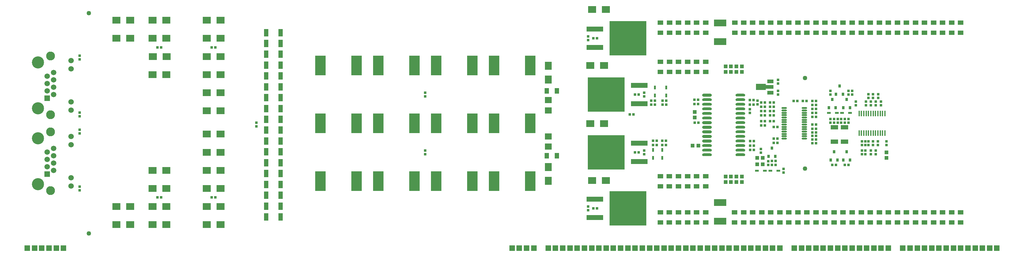
<source format=gts>
G04*
G04 #@! TF.GenerationSoftware,Altium Limited,Altium Designer,18.1.7 (191)*
G04*
G04 Layer_Color=8388736*
%FSLAX44Y44*%
%MOMM*%
G71*
G01*
G75*
%ADD42R,0.7016X0.7016*%
%ADD43R,1.6016X1.3016*%
%ADD44R,0.7016X0.7016*%
%ADD45R,1.0816X1.0316*%
%ADD46R,0.4016X1.5516*%
%ADD47R,2.7016X1.8016*%
%ADD48R,1.8016X1.0016*%
%ADD49R,2.6016X1.0016*%
%ADD50R,10.2616X9.6016*%
%ADD51R,4.6016X1.3516*%
%ADD52R,2.3016X1.9016*%
%ADD53R,1.9016X2.3016*%
%ADD54R,1.3016X1.6016*%
%ADD55R,1.0316X1.0816*%
%ADD56R,1.2016X2.1016*%
%ADD57R,0.6516X0.9016*%
%ADD58R,1.1016X0.5516*%
%ADD59R,0.5516X1.1016*%
%ADD60R,2.1016X1.2016*%
%ADD61R,3.0016X5.5016*%
%ADD62R,3.5016X1.9016*%
%ADD63R,1.9016X1.7016*%
%ADD64O,1.5016X0.4516*%
%ADD65O,2.7016X0.7620*%
%ADD66O,2.7016X0.8016*%
%ADD67C,1.2536*%
%ADD68R,1.6016X1.6016*%
%ADD69R,0.1016X0.1016*%
%ADD70C,1.4996*%
%ADD71C,2.4566*%
%ADD72C,3.3516*%
%ADD73R,1.4996X1.4996*%
D42*
X2550000Y1314920D02*
D03*
Y1325080D02*
D03*
X2535000D02*
D03*
Y1314920D02*
D03*
X2542000Y1345080D02*
D03*
Y1334920D02*
D03*
X2522000Y1325080D02*
D03*
Y1314920D02*
D03*
X2528000Y1345080D02*
D03*
Y1334920D02*
D03*
X2480000Y1314920D02*
D03*
Y1325080D02*
D03*
X2508000D02*
D03*
Y1314920D02*
D03*
X1290000Y1179920D02*
D03*
Y1190080D02*
D03*
X2515000Y1345080D02*
D03*
Y1334920D02*
D03*
X1290000Y1350080D02*
D03*
Y1339920D02*
D03*
X2460000Y1344920D02*
D03*
Y1355080D02*
D03*
X2506000Y1215080D02*
D03*
Y1204920D02*
D03*
Y1190080D02*
D03*
Y1179920D02*
D03*
X2497000Y1215080D02*
D03*
Y1204920D02*
D03*
Y1190080D02*
D03*
Y1179920D02*
D03*
X2515000Y1204920D02*
D03*
Y1215080D02*
D03*
X2522000Y1179920D02*
D03*
Y1190080D02*
D03*
X2528000Y1204920D02*
D03*
Y1215080D02*
D03*
X2535000Y1179920D02*
D03*
Y1190080D02*
D03*
X2541000Y1204920D02*
D03*
Y1215080D02*
D03*
X2565000Y1204920D02*
D03*
Y1215080D02*
D03*
X2187000Y1304080D02*
D03*
Y1293920D02*
D03*
X2280000Y1139080D02*
D03*
Y1128920D02*
D03*
X2218000Y1194080D02*
D03*
Y1183920D02*
D03*
X2238000Y1160080D02*
D03*
Y1149920D02*
D03*
X2208000Y1328080D02*
D03*
Y1317920D02*
D03*
X2265000Y1344920D02*
D03*
Y1355080D02*
D03*
Y1385080D02*
D03*
Y1374920D02*
D03*
X1740000Y1035080D02*
D03*
Y1024920D02*
D03*
Y1494920D02*
D03*
Y1505080D02*
D03*
X1895000Y1350080D02*
D03*
Y1339920D02*
D03*
Y1179920D02*
D03*
Y1190080D02*
D03*
X335000Y1452080D02*
D03*
Y1441920D02*
D03*
Y1284920D02*
D03*
Y1295080D02*
D03*
Y1079920D02*
D03*
Y1090080D02*
D03*
Y1247080D02*
D03*
Y1236920D02*
D03*
X823000Y1256920D02*
D03*
Y1267080D02*
D03*
X2410000Y1277080D02*
D03*
Y1266920D02*
D03*
X2460000Y1277080D02*
D03*
Y1266920D02*
D03*
X2470000Y1355080D02*
D03*
Y1344920D02*
D03*
X2410000D02*
D03*
Y1355080D02*
D03*
D43*
X2770000Y1516046D02*
D03*
Y1543954D02*
D03*
X2745000Y1516046D02*
D03*
Y1543954D02*
D03*
X2720000Y1516046D02*
D03*
Y1543954D02*
D03*
X2695000Y1516046D02*
D03*
Y1543954D02*
D03*
X2670000Y1516046D02*
D03*
Y1543954D02*
D03*
X2645000Y1516046D02*
D03*
Y1543954D02*
D03*
X2770000Y1018954D02*
D03*
Y991046D02*
D03*
X2745000Y1018954D02*
D03*
Y991046D02*
D03*
X2720000Y1018954D02*
D03*
Y991046D02*
D03*
X2695000Y1018954D02*
D03*
Y991046D02*
D03*
X2670000Y1018954D02*
D03*
Y991046D02*
D03*
X2645000Y1018954D02*
D03*
Y991046D02*
D03*
X2040000Y1516046D02*
D03*
Y1543954D02*
D03*
X2620000Y1018954D02*
D03*
Y991046D02*
D03*
X2595000Y1018954D02*
D03*
Y991046D02*
D03*
X2570000Y1018954D02*
D03*
Y991046D02*
D03*
X2545000Y1018954D02*
D03*
Y991046D02*
D03*
X2520000Y1018954D02*
D03*
Y991046D02*
D03*
X2495000Y1018954D02*
D03*
Y991046D02*
D03*
X2620000Y1516046D02*
D03*
Y1543954D02*
D03*
X2595000Y1516046D02*
D03*
Y1543954D02*
D03*
X2570000Y1516046D02*
D03*
Y1543954D02*
D03*
X2545000Y1516046D02*
D03*
Y1543954D02*
D03*
X2520000Y1516046D02*
D03*
Y1543954D02*
D03*
X2495000Y1516046D02*
D03*
Y1543954D02*
D03*
X2470000Y1018954D02*
D03*
Y991046D02*
D03*
X2445000Y1018954D02*
D03*
Y991046D02*
D03*
X2420000Y1018954D02*
D03*
Y991046D02*
D03*
X2395000Y1018954D02*
D03*
Y991046D02*
D03*
X2370000Y1018954D02*
D03*
Y991046D02*
D03*
X2345000Y1018954D02*
D03*
Y991046D02*
D03*
X2320000Y1018954D02*
D03*
Y991046D02*
D03*
X2295000Y1018954D02*
D03*
Y991046D02*
D03*
X2270000Y1018954D02*
D03*
Y991046D02*
D03*
X2245000Y1018954D02*
D03*
Y991046D02*
D03*
X2220000Y1018954D02*
D03*
Y991046D02*
D03*
X2195000Y1018954D02*
D03*
Y991046D02*
D03*
X2470000Y1516046D02*
D03*
Y1543954D02*
D03*
X2445000Y1516046D02*
D03*
Y1543954D02*
D03*
X2420000Y1516046D02*
D03*
Y1543954D02*
D03*
X2395000Y1516046D02*
D03*
Y1543954D02*
D03*
X2370000Y1516046D02*
D03*
Y1543954D02*
D03*
X2345000Y1516046D02*
D03*
Y1543954D02*
D03*
X2320000Y1516046D02*
D03*
Y1543954D02*
D03*
X2295000Y1516046D02*
D03*
Y1543954D02*
D03*
X2270000Y1516046D02*
D03*
Y1543954D02*
D03*
X2245000Y1516046D02*
D03*
Y1543954D02*
D03*
X2220000Y1516046D02*
D03*
Y1543954D02*
D03*
X2195000Y1516046D02*
D03*
Y1543954D02*
D03*
X2064966Y990998D02*
D03*
Y1018906D02*
D03*
X1940034Y1435002D02*
D03*
Y1407094D02*
D03*
X1965000Y1434954D02*
D03*
Y1407046D02*
D03*
X1990000Y1434954D02*
D03*
Y1407046D02*
D03*
X2015000Y1434954D02*
D03*
Y1407046D02*
D03*
X2040000Y1434954D02*
D03*
Y1407046D02*
D03*
X2065000Y1434954D02*
D03*
Y1407046D02*
D03*
X1940000Y1543954D02*
D03*
Y1516046D02*
D03*
X1965000Y1543954D02*
D03*
Y1516046D02*
D03*
X1990000Y1543954D02*
D03*
Y1516046D02*
D03*
X2039966Y990998D02*
D03*
Y1018906D02*
D03*
X2014966Y990998D02*
D03*
Y1018906D02*
D03*
X1989966Y990998D02*
D03*
Y1018906D02*
D03*
X1964967Y990998D02*
D03*
Y1018906D02*
D03*
X1940000Y991046D02*
D03*
Y1018954D02*
D03*
X2065000Y1091046D02*
D03*
Y1118954D02*
D03*
X2039967Y1090998D02*
D03*
Y1118906D02*
D03*
X2146000Y1543954D02*
D03*
Y1516046D02*
D03*
X1989967Y1090998D02*
D03*
Y1118906D02*
D03*
X2145000Y991046D02*
D03*
Y1018954D02*
D03*
X2170000Y991046D02*
D03*
Y1018954D02*
D03*
X2065000Y1543954D02*
D03*
Y1516046D02*
D03*
X2015000Y1543954D02*
D03*
Y1516046D02*
D03*
X2014967Y1090998D02*
D03*
Y1118906D02*
D03*
X1964968Y1090998D02*
D03*
Y1118906D02*
D03*
X1939968Y1090998D02*
D03*
Y1118906D02*
D03*
X2170000Y1543954D02*
D03*
Y1516046D02*
D03*
D44*
X549920Y1475000D02*
D03*
X560080D02*
D03*
X549920Y1060000D02*
D03*
X560080D02*
D03*
X699920Y1475000D02*
D03*
X710080D02*
D03*
X699920Y1060000D02*
D03*
X710080D02*
D03*
X1765080Y1500000D02*
D03*
X1754920D02*
D03*
X1880080Y1345000D02*
D03*
X1869920D02*
D03*
X1865080Y1290000D02*
D03*
X1854920D02*
D03*
X1880080Y1185000D02*
D03*
X1869920D02*
D03*
X1765080Y1030000D02*
D03*
X1754920D02*
D03*
X2252920Y1211000D02*
D03*
X2263080D02*
D03*
X2439920Y1267000D02*
D03*
X2450080D02*
D03*
X2253080Y1271000D02*
D03*
X2242920D02*
D03*
X2370080Y1230000D02*
D03*
X2359920D02*
D03*
X2187920Y1216000D02*
D03*
X2198080D02*
D03*
X2258080Y1161000D02*
D03*
X2247920D02*
D03*
X2258080Y1150000D02*
D03*
X2247920D02*
D03*
X2253080Y1323000D02*
D03*
X2242920D02*
D03*
X2359920Y1305000D02*
D03*
X2370080D02*
D03*
X2359920Y1240000D02*
D03*
X2370080D02*
D03*
X2370080Y1294000D02*
D03*
X2359920D02*
D03*
X2333920Y1326998D02*
D03*
X2344080D02*
D03*
X2229080Y1311000D02*
D03*
X2218920D02*
D03*
X2229080Y1287000D02*
D03*
X2218920D02*
D03*
Y1271000D02*
D03*
X2229080D02*
D03*
X2253080Y1299000D02*
D03*
X2242920D02*
D03*
X2359920Y1210000D02*
D03*
X2370080D02*
D03*
X2252920Y1255000D02*
D03*
X2263080D02*
D03*
X2044080Y1318000D02*
D03*
X2033920D02*
D03*
X2187920Y1191000D02*
D03*
X2198080D02*
D03*
X2186920Y1329000D02*
D03*
X2197080D02*
D03*
X2034920Y1267000D02*
D03*
X2045080D02*
D03*
X1945920Y1328000D02*
D03*
X1956080D02*
D03*
X1945920Y1317000D02*
D03*
X1956080D02*
D03*
X1944920Y1205000D02*
D03*
X1955080D02*
D03*
X1944920Y1217000D02*
D03*
X1955080D02*
D03*
X2359920Y1316000D02*
D03*
X2370080D02*
D03*
X2359920Y1220000D02*
D03*
X2370080D02*
D03*
X2370080Y1327000D02*
D03*
X2359920D02*
D03*
X2253080Y1311000D02*
D03*
X2242920D02*
D03*
Y1287000D02*
D03*
X2253080D02*
D03*
X1914920Y1328000D02*
D03*
X1925080D02*
D03*
X1914920Y1317000D02*
D03*
X1925080D02*
D03*
X1919840Y1205000D02*
D03*
X1930000D02*
D03*
X1919840Y1217000D02*
D03*
X1930000D02*
D03*
X2318080Y1327000D02*
D03*
X2307920D02*
D03*
X2218920Y1323000D02*
D03*
X2229080D02*
D03*
X2229000Y1299000D02*
D03*
X2218840D02*
D03*
X2218920Y1259000D02*
D03*
X2229080D02*
D03*
X2370080Y1250000D02*
D03*
X2359920D02*
D03*
X2370080Y1283000D02*
D03*
X2359920D02*
D03*
Y1262000D02*
D03*
X2370080D02*
D03*
X2033920Y1330000D02*
D03*
X2044080D02*
D03*
X2430160Y1277000D02*
D03*
X2420000D02*
D03*
X2419920Y1267000D02*
D03*
X2430080D02*
D03*
X2439920Y1277000D02*
D03*
X2450080D02*
D03*
X2187920Y1203000D02*
D03*
X2198080D02*
D03*
X2186920Y1317000D02*
D03*
X2197080D02*
D03*
X2460080Y1150000D02*
D03*
X2449920D02*
D03*
X2425080D02*
D03*
X2414920D02*
D03*
X2252920Y1223000D02*
D03*
X2263080D02*
D03*
D45*
X2565000Y1185000D02*
D03*
Y1169600D02*
D03*
X2035000Y1296700D02*
D03*
Y1281300D02*
D03*
X2165000Y1102300D02*
D03*
Y1117700D02*
D03*
Y1422700D02*
D03*
Y1407300D02*
D03*
X2150000Y1407300D02*
D03*
Y1422700D02*
D03*
Y1117700D02*
D03*
Y1102300D02*
D03*
X2135000Y1422700D02*
D03*
Y1407300D02*
D03*
X2120000Y1422700D02*
D03*
Y1407300D02*
D03*
Y1102300D02*
D03*
Y1117700D02*
D03*
X2135000Y1102300D02*
D03*
Y1117700D02*
D03*
D46*
X2515250Y1292500D02*
D03*
X2521750D02*
D03*
X2528250D02*
D03*
X2534750D02*
D03*
X2541250D02*
D03*
X2547750D02*
D03*
X2560750D02*
D03*
X2554250D02*
D03*
X2554200Y1238000D02*
D03*
X2560700D02*
D03*
X2547700D02*
D03*
X2541200D02*
D03*
X2534700D02*
D03*
X2528200D02*
D03*
X2521700D02*
D03*
X2515200D02*
D03*
X2508700D02*
D03*
X2502200D02*
D03*
X2495700D02*
D03*
X2489200D02*
D03*
X2489250Y1292500D02*
D03*
X2495750D02*
D03*
X2502250D02*
D03*
X2508750D02*
D03*
D47*
X2218000Y1366000D02*
D03*
D48*
X2244000Y1381000D02*
D03*
Y1350000D02*
D03*
D49*
X2240000Y1366000D02*
D03*
D50*
X1790000Y1345000D02*
D03*
X1850000Y1500000D02*
D03*
Y1030000D02*
D03*
X1790000Y1185000D02*
D03*
D51*
X1881440Y1319600D02*
D03*
Y1370400D02*
D03*
X1758560Y1474600D02*
D03*
Y1525400D02*
D03*
Y1004600D02*
D03*
Y1055400D02*
D03*
X1881440Y1210400D02*
D03*
Y1159600D02*
D03*
D52*
X1789000Y1107000D02*
D03*
X1751000D02*
D03*
X1789000Y1580000D02*
D03*
X1751000D02*
D03*
X1746000Y1264000D02*
D03*
X1784000D02*
D03*
X1746000Y1425000D02*
D03*
X1784000D02*
D03*
X436000Y1035000D02*
D03*
X474000D02*
D03*
X574000Y1135000D02*
D03*
X536000D02*
D03*
X574000Y1085000D02*
D03*
X536000D02*
D03*
X574000Y1035000D02*
D03*
X536000D02*
D03*
X574000Y985000D02*
D03*
X536000D02*
D03*
X436000D02*
D03*
X474000D02*
D03*
X436000Y1500000D02*
D03*
X474000D02*
D03*
X574000Y1400000D02*
D03*
X536000D02*
D03*
X575000Y1450000D02*
D03*
X537000D02*
D03*
X574000Y1500000D02*
D03*
X536000D02*
D03*
X574000Y1550000D02*
D03*
X536000D02*
D03*
X436000Y1550000D02*
D03*
X474000D02*
D03*
X724000Y985000D02*
D03*
X686000D02*
D03*
X724000Y1235000D02*
D03*
X686000D02*
D03*
X724000Y1185000D02*
D03*
X686000D02*
D03*
X724000Y1135000D02*
D03*
X686000D02*
D03*
X724000Y1085000D02*
D03*
X686000D02*
D03*
X724000Y1035000D02*
D03*
X686000D02*
D03*
X724000Y1550000D02*
D03*
X686000D02*
D03*
X724000Y1500000D02*
D03*
X686000D02*
D03*
X724000Y1450000D02*
D03*
X686000D02*
D03*
X724000Y1400000D02*
D03*
X686000D02*
D03*
X724000Y1350000D02*
D03*
X686000D02*
D03*
X724000Y1300000D02*
D03*
X686000D02*
D03*
D53*
X1630000Y1424000D02*
D03*
Y1386000D02*
D03*
Y1106000D02*
D03*
Y1144000D02*
D03*
D54*
X1626046Y1175000D02*
D03*
X1653954D02*
D03*
X1626046Y1355000D02*
D03*
X1653954D02*
D03*
D55*
X2029300Y1203000D02*
D03*
X2044700D02*
D03*
X2207300Y1169000D02*
D03*
X2222700D02*
D03*
X2207300Y1152000D02*
D03*
X2222700D02*
D03*
D56*
X890000Y1036000D02*
D03*
X850000D02*
D03*
Y1006000D02*
D03*
X890000D02*
D03*
X850000Y1516000D02*
D03*
X890000D02*
D03*
Y1486000D02*
D03*
X850000D02*
D03*
X850000Y1456000D02*
D03*
X890000D02*
D03*
X890000Y1426000D02*
D03*
X850000D02*
D03*
X850000Y1396000D02*
D03*
X890000D02*
D03*
Y1366000D02*
D03*
X850000D02*
D03*
Y1336000D02*
D03*
X890000D02*
D03*
Y1306000D02*
D03*
X850000D02*
D03*
Y1276000D02*
D03*
X890000D02*
D03*
Y1246000D02*
D03*
X850000D02*
D03*
X850000Y1216000D02*
D03*
X890000D02*
D03*
X890000Y1186000D02*
D03*
X850000D02*
D03*
Y1156000D02*
D03*
X890000D02*
D03*
Y1126000D02*
D03*
X850000D02*
D03*
Y1096000D02*
D03*
X890000D02*
D03*
Y1066000D02*
D03*
X850000D02*
D03*
D57*
X2248000Y1196500D02*
D03*
X2257500Y1173500D02*
D03*
X2238500D02*
D03*
X2415000Y1331500D02*
D03*
X2424500Y1308500D02*
D03*
X2405500D02*
D03*
X2435000Y1368500D02*
D03*
X2444500Y1345500D02*
D03*
X2425500D02*
D03*
X2455000Y1331500D02*
D03*
X2464500Y1308500D02*
D03*
X2445500D02*
D03*
X2445500Y1163500D02*
D03*
X2464500D02*
D03*
X2455000Y1186500D02*
D03*
X2410500Y1163500D02*
D03*
X2429500D02*
D03*
X2420000Y1186500D02*
D03*
D58*
X2207000Y1134000D02*
D03*
X2229000D02*
D03*
X2244000D02*
D03*
X2266000D02*
D03*
X2406000Y1294000D02*
D03*
X2428000D02*
D03*
X2464000D02*
D03*
X2442000D02*
D03*
D59*
X1956000Y1364000D02*
D03*
Y1342000D02*
D03*
X1945000Y1169000D02*
D03*
Y1191000D02*
D03*
X1925000Y1364000D02*
D03*
Y1342000D02*
D03*
X1920000Y1169000D02*
D03*
Y1191000D02*
D03*
D60*
X2421000Y1254000D02*
D03*
Y1214000D02*
D03*
X2449000Y1254000D02*
D03*
Y1214000D02*
D03*
D61*
X1480000Y1425000D02*
D03*
X1580000D02*
D03*
Y1265000D02*
D03*
X1480000D02*
D03*
X1580000Y1105000D02*
D03*
X1480000D02*
D03*
X1320000Y1425000D02*
D03*
X1420000D02*
D03*
X1320000Y1265000D02*
D03*
X1420000D02*
D03*
X1320000Y1105000D02*
D03*
X1420000D02*
D03*
X1160000Y1425000D02*
D03*
X1260000D02*
D03*
X1160000Y1265000D02*
D03*
X1260000D02*
D03*
X1160000Y1105000D02*
D03*
X1260000D02*
D03*
X1100000Y1425000D02*
D03*
X1000000D02*
D03*
X1100000Y1265000D02*
D03*
X1000000D02*
D03*
X1100000Y1105000D02*
D03*
X1000000D02*
D03*
D62*
X2105000Y1543000D02*
D03*
Y1491000D02*
D03*
Y994000D02*
D03*
Y1046000D02*
D03*
D63*
X1630000Y1301000D02*
D03*
Y1329000D02*
D03*
Y1229000D02*
D03*
Y1201000D02*
D03*
D64*
X2282000Y1307250D02*
D03*
Y1300750D02*
D03*
Y1294250D02*
D03*
Y1287750D02*
D03*
Y1281250D02*
D03*
Y1274750D02*
D03*
Y1268250D02*
D03*
Y1261750D02*
D03*
Y1255250D02*
D03*
Y1248750D02*
D03*
Y1242250D02*
D03*
Y1235750D02*
D03*
Y1229250D02*
D03*
Y1222750D02*
D03*
X2338000Y1307250D02*
D03*
Y1300750D02*
D03*
Y1294250D02*
D03*
Y1287750D02*
D03*
Y1281250D02*
D03*
Y1274750D02*
D03*
Y1268250D02*
D03*
Y1261750D02*
D03*
Y1255250D02*
D03*
Y1248750D02*
D03*
Y1242250D02*
D03*
Y1235750D02*
D03*
Y1229250D02*
D03*
Y1222750D02*
D03*
D65*
X2161000Y1177450D02*
D03*
Y1190150D02*
D03*
Y1202850D02*
D03*
Y1215550D02*
D03*
Y1228250D02*
D03*
Y1240950D02*
D03*
Y1253650D02*
D03*
Y1266350D02*
D03*
Y1279050D02*
D03*
Y1291750D02*
D03*
Y1304450D02*
D03*
Y1317150D02*
D03*
Y1329850D02*
D03*
Y1342550D02*
D03*
X2069000Y1177450D02*
D03*
Y1190150D02*
D03*
Y1202850D02*
D03*
Y1279050D02*
D03*
Y1291750D02*
D03*
Y1304450D02*
D03*
Y1317150D02*
D03*
Y1329850D02*
D03*
D66*
Y1215550D02*
D03*
Y1228250D02*
D03*
Y1240950D02*
D03*
Y1253650D02*
D03*
Y1266350D02*
D03*
Y1342550D02*
D03*
D67*
X2340000Y1140000D02*
D03*
Y1390000D02*
D03*
X360000Y960000D02*
D03*
Y1570000D02*
D03*
D68*
X1630000Y920000D02*
D03*
X1650000D02*
D03*
X1670000D02*
D03*
X1690000D02*
D03*
X1710000D02*
D03*
X1730000D02*
D03*
X1750000D02*
D03*
X2010000D02*
D03*
X1970000D02*
D03*
X1950000D02*
D03*
X1930000D02*
D03*
X1910000D02*
D03*
X1890000D02*
D03*
X1870000D02*
D03*
X1850000D02*
D03*
X1830000D02*
D03*
X1810000D02*
D03*
X1790000D02*
D03*
X1770000D02*
D03*
X1990000D02*
D03*
X2810000D02*
D03*
X2050000D02*
D03*
X2730000D02*
D03*
X2750000D02*
D03*
X2770000D02*
D03*
X2790000D02*
D03*
X2830000D02*
D03*
X2850000D02*
D03*
X2870000D02*
D03*
X2710000D02*
D03*
X2690000D02*
D03*
X2670000D02*
D03*
X2630000D02*
D03*
X2650000D02*
D03*
X2610000D02*
D03*
X2570000D02*
D03*
X2550000D02*
D03*
X2530000D02*
D03*
X2510000D02*
D03*
X2490000D02*
D03*
X2470000D02*
D03*
X2450000D02*
D03*
X2430000D02*
D03*
X2410000D02*
D03*
X2390000D02*
D03*
X2370000D02*
D03*
X2350000D02*
D03*
X2330000D02*
D03*
X2310000D02*
D03*
X2270000D02*
D03*
X2250000D02*
D03*
X2230000D02*
D03*
X2210000D02*
D03*
X2190000D02*
D03*
X2170000D02*
D03*
X2150000D02*
D03*
X2130000D02*
D03*
X2110000D02*
D03*
X2090000D02*
D03*
X2070000D02*
D03*
X2030000D02*
D03*
X1590000D02*
D03*
X1570000D02*
D03*
X1550000D02*
D03*
X1530000D02*
D03*
X290000D02*
D03*
X270000D02*
D03*
X250000D02*
D03*
X230000D02*
D03*
X210000D02*
D03*
X190000D02*
D03*
D69*
X2590000D02*
D03*
X1610000D02*
D03*
X2290000D02*
D03*
D70*
X311100Y1114300D02*
D03*
Y1091400D02*
D03*
Y1205700D02*
D03*
Y1228600D02*
D03*
X262800Y1195600D02*
D03*
X245000Y1185400D02*
D03*
X262800Y1175200D02*
D03*
X245000Y1165000D02*
D03*
X262800Y1154800D02*
D03*
X245000Y1144600D02*
D03*
X262800Y1134400D02*
D03*
X311100Y1324300D02*
D03*
Y1301400D02*
D03*
Y1415700D02*
D03*
Y1438600D02*
D03*
X262800Y1405600D02*
D03*
X245000Y1395400D02*
D03*
X262800Y1385200D02*
D03*
X245000Y1375000D02*
D03*
X262800Y1364800D02*
D03*
X245000Y1354600D02*
D03*
X262800Y1344400D02*
D03*
D71*
X253900Y1078700D02*
D03*
Y1241300D02*
D03*
Y1288700D02*
D03*
Y1451300D02*
D03*
D72*
X219600Y1096500D02*
D03*
Y1223500D02*
D03*
Y1306500D02*
D03*
Y1433500D02*
D03*
D73*
X245000Y1124200D02*
D03*
Y1334200D02*
D03*
M02*

</source>
